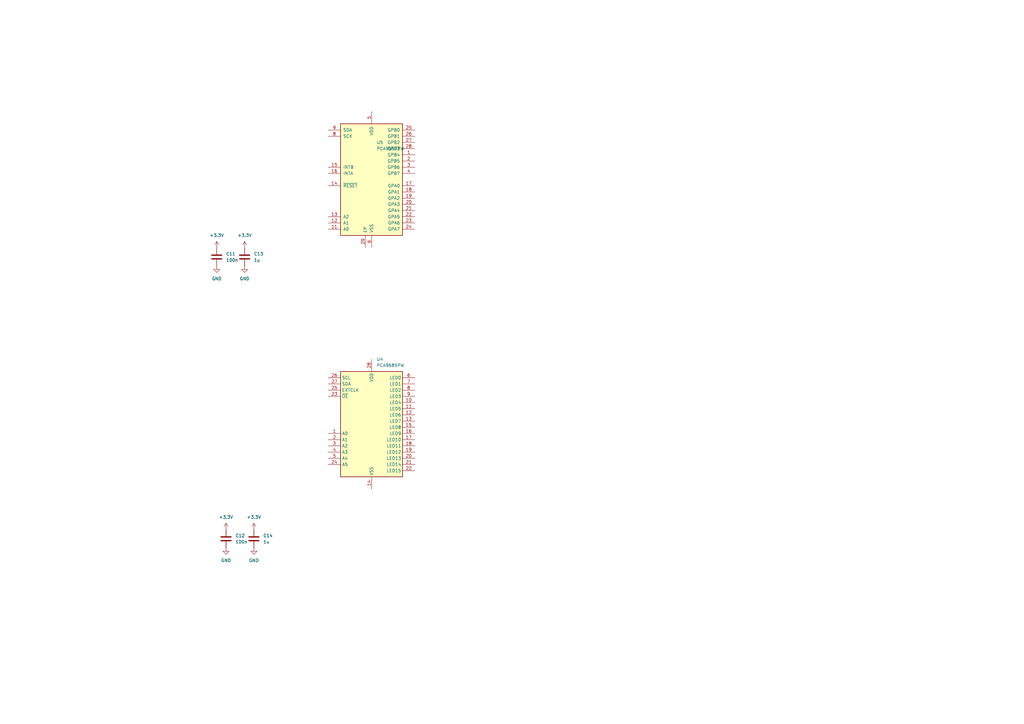
<source format=kicad_sch>
(kicad_sch (version 20211123) (generator eeschema)
  (paper "A3")
  (lib_symbols
    (symbol "Device:C" (pin_numbers hide) (pin_names (offset 0.254))
      (property "Reference" "C" (at 0.635 2.54 0))
      (property "Value" "C" (at 0.635 -2.54 0))
      (symbol "C_0_1"
        (polyline (pts (xy -2.032 -0.762) (xy 2.032 -0.762)) (stroke (width 0.508)))
        (polyline (pts (xy -2.032 0.762) (xy 2.032 0.762)) (stroke (width 0.508)))
      )
      (symbol "C_1_1"
        (pin passive line (at 0 3.81 270) (length 2.794) (name "~") (number "1"))
        (pin passive line (at 0 -3.81 90) (length 2.794) (name "~") (number "2"))
      )
    )
    (symbol "Driver_LED:PCA9685PW"
      (property "Reference" "U" (at -12.7 22.225 0))
      (property "Value" "PCA9685PW" (at 1.27 22.225 0))
      (symbol "PCA9685PW_0_1"
        (rectangle (start -12.7 20.32) (end 12.7 -22.86) (stroke (width 0.254)) (fill (type background)))
      )
      (symbol "PCA9685PW_1_1"
        (pin input line (at -17.78 -5.08 0) (length 5.08) (name "A0") (number "1"))
        (pin output line (at 17.78 7.62 180) (length 5.08) (name "LED4") (number "10"))
        (pin output line (at 17.78 5.08 180) (length 5.08) (name "LED5") (number "11"))
        (pin output line (at 17.78 2.54 180) (length 5.08) (name "LED6") (number "12"))
        (pin output line (at 17.78 0 180) (length 5.08) (name "LED7") (number "13"))
        (pin power_in line (at 0 -27.94 90) (length 5.08) (name "VSS") (number "14"))
        (pin output line (at 17.78 -2.54 180) (length 5.08) (name "LED8") (number "15"))
        (pin output line (at 17.78 -5.08 180) (length 5.08) (name "LED9") (number "16"))
        (pin output line (at 17.78 -7.62 180) (length 5.08) (name "LED10") (number "17"))
        (pin output line (at 17.78 -10.16 180) (length 5.08) (name "LED11") (number "18"))
        (pin output line (at 17.78 -12.7 180) (length 5.08) (name "LED12") (number "19"))
        (pin input line (at -17.78 -7.62 0) (length 5.08) (name "A1") (number "2"))
        (pin output line (at 17.78 -15.24 180) (length 5.08) (name "LED13") (number "20"))
        (pin output line (at 17.78 -17.78 180) (length 5.08) (name "LED14") (number "21"))
        (pin output line (at 17.78 -20.32 180) (length 5.08) (name "LED15") (number "22"))
        (pin input line (at -17.78 10.16 0) (length 5.08) (name "~{OE}") (number "23"))
        (pin input line (at -17.78 -17.78 0) (length 5.08) (name "A5") (number "24"))
        (pin input line (at -17.78 12.7 0) (length 5.08) (name "EXTCLK") (number "25"))
        (pin input line (at -17.78 17.78 0) (length 5.08) (name "SCL") (number "26"))
        (pin bidirectional line (at -17.78 15.24 0) (length 5.08) (name "SDA") (number "27"))
        (pin power_in line (at 0 25.4 270) (length 5.08) (name "VDD") (number "28"))
        (pin input line (at -17.78 -10.16 0) (length 5.08) (name "A2") (number "3"))
        (pin input line (at -17.78 -12.7 0) (length 5.08) (name "A3") (number "4"))
        (pin input line (at -17.78 -15.24 0) (length 5.08) (name "A4") (number "5"))
        (pin output line (at 17.78 17.78 180) (length 5.08) (name "LED0") (number "6"))
        (pin output line (at 17.78 15.24 180) (length 5.08) (name "LED1") (number "7"))
        (pin output line (at 17.78 12.7 180) (length 5.08) (name "LED2") (number "8"))
        (pin output line (at 17.78 10.16 180) (length 5.08) (name "LED3") (number "9"))
      )
    )
    (symbol "Interface_Expansion:MCP23017_ML" (pin_names (offset 1.016))
      (property "Reference" "U" (at -11.43 24.13 0))
      (property "Value" "MCP23017_ML" (at 0 0 0))
      (symbol "MCP23017_ML_0_1"
        (rectangle (start -12.7 22.86) (end 12.7 -22.86) (stroke (width 0.254)) (fill (type background)))
      )
      (symbol "MCP23017_ML_1_1"
        (pin bidirectional line (at 17.78 10.16 180) (length 5.08) (name "GPB4") (number "1"))
        (pin no_connect line (at -12.7 12.7 0) (length 5.08) hide (name "NC") (number "10"))
        (pin input line (at -17.78 -20.32 0) (length 5.08) (name "A0") (number "11"))
        (pin input line (at -17.78 -17.78 0) (length 5.08) (name "A1") (number "12"))
        (pin input line (at -17.78 -15.24 0) (length 5.08) (name "A2") (number "13"))
        (pin input line (at -17.78 -2.54 0) (length 5.08) (name "~{RESET}") (number "14"))
        (pin tri_state line (at -17.78 5.08 0) (length 5.08) (name "INTB") (number "15"))
        (pin tri_state line (at -17.78 2.54 0) (length 5.08) (name "INTA") (number "16"))
        (pin bidirectional line (at 17.78 -2.54 180) (length 5.08) (name "GPA0") (number "17"))
        (pin bidirectional line (at 17.78 -5.08 180) (length 5.08) (name "GPA1") (number "18"))
        (pin bidirectional line (at 17.78 -7.62 180) (length 5.08) (name "GPA2") (number "19"))
        (pin bidirectional line (at 17.78 7.62 180) (length 5.08) (name "GPB5") (number "2"))
        (pin bidirectional line (at 17.78 -10.16 180) (length 5.08) (name "GPA3") (number "20"))
        (pin bidirectional line (at 17.78 -12.7 180) (length 5.08) (name "GPA4") (number "21"))
        (pin bidirectional line (at 17.78 -15.24 180) (length 5.08) (name "GPA5") (number "22"))
        (pin bidirectional line (at 17.78 -17.78 180) (length 5.08) (name "GPA6") (number "23"))
        (pin bidirectional line (at 17.78 -20.32 180) (length 5.08) (name "GPA7") (number "24"))
        (pin bidirectional line (at 17.78 20.32 180) (length 5.08) (name "GPB0") (number "25"))
        (pin bidirectional line (at 17.78 17.78 180) (length 5.08) (name "GPB1") (number "26"))
        (pin bidirectional line (at 17.78 15.24 180) (length 5.08) (name "GPB2") (number "27"))
        (pin bidirectional line (at 17.78 12.7 180) (length 5.08) (name "GPB3") (number "28"))
        (pin passive line (at -2.54 -27.94 90) (length 5.08) (name "EP") (number "29"))
        (pin bidirectional line (at 17.78 5.08 180) (length 5.08) (name "GPB6") (number "3"))
        (pin bidirectional line (at 17.78 2.54 180) (length 5.08) (name "GPB7") (number "4"))
        (pin power_in line (at 0 27.94 270) (length 5.08) (name "VDD") (number "5"))
        (pin power_in line (at 0 -27.94 90) (length 5.08) (name "VSS") (number "6"))
        (pin no_connect line (at -12.7 15.24 0) (length 5.08) hide (name "NC") (number "7"))
        (pin input line (at -17.78 17.78 0) (length 5.08) (name "SCK") (number "8"))
        (pin bidirectional line (at -17.78 20.32 0) (length 5.08) (name "SDA") (number "9"))
      )
    )
    (symbol "power:+3.3V" (power) (pin_names (offset 0))
      (property "Value" "+3.3V" (at 0 3.556 0))
      (symbol "+3.3V_0_1"
        (polyline (pts (xy -0.762 1.27) (xy 0 2.54)))
        (polyline (pts (xy 0 0) (xy 0 2.54)))
        (polyline (pts (xy 0 2.54) (xy 0.762 1.27)))
      )
      (symbol "+3.3V_1_1"
        (pin power_in line (at 0 0 90) (length 0) hide (name "+3.3V") (number "1"))
      )
    )
    (symbol "power:GND" (power) (pin_names (offset 0))
      (property "Value" "GND" (at 0 -3.81 0))
      (symbol "GND_0_1"
        (polyline (pts (xy 0 0) (xy 0 -1.27) (xy 1.27 -1.27) (xy 0 -2.54) (xy -1.27 -1.27) (xy 0 -1.27)))
      )
      (symbol "GND_1_1"
        (pin power_in line (at 0 0 270) (length 0) hide (name "GND") (number "1"))
      )
    )
  )
  (symbol (lib_id "power:GND") (at 88.9 109.22 0) (unit 1)
    (property "Reference" "#PWR02" (effects hide))
    (property "Value" "GND" (at 88.9 114.3 0))
  )
  (symbol (lib_id "Device:C") (at 104.14 220.98 0) (unit 1)
    (property "Reference" "C14" (at 107.95 219.7099 0) (effects (justify left)))
    (property "Value" "1u" (at 107.95 222.2499 0) (effects (justify left)))
    (property "Footprint" "Capacitor_SMD:C_0603_1608Metric" (effects hide))
  )
  (symbol (lib_id "power:+3.3V") (at 92.71 217.17 0) (unit 1)
    (property "Reference" "#PWR03" (effects hide))
    (property "Value" "+3.3V" (at 92.71 212.09 0))
  )
  (symbol (lib_id "power:GND") (at 92.71 224.79 0) (unit 1)
    (property "Reference" "#PWR04" (effects hide))
    (property "Value" "GND" (at 92.71 229.87 0))
  )
  (symbol (lib_id "power:GND") (at 104.14 224.79 0) (unit 1)
    (property "Reference" "#PWR08" (effects hide))
    (property "Value" "GND" (at 104.14 229.87 0))
  )
  (symbol (lib_id "power:+3.3V") (at 104.14 217.17 0) (unit 1)
    (property "Reference" "#PWR07" (effects hide))
    (property "Value" "+3.3V" (at 104.14 212.09 0))
  )
  (symbol (lib_id "Interface_Expansion:MCP23017_ML") (at 152.4 73.66 0) (unit 1)
    (property "Reference" "U5" (at 154.4194 58.42 0) (effects (justify left)))
    (property "Value" "PCA9557PW" (at 154.4194 60.96 0) (effects (justify left)))
    (property "Footprint" "Package_DFN_QFN:QFN-28-1EP_6x6mm_P0.65mm_EP4.25x4.25mm" (effects hide))
    (property "Datasheet" "http://ww1.microchip.com/downloads/en/DeviceDoc/20001952C.pdf" (effects hide))
  )
  (symbol (lib_id "power:+3.3V") (at 88.9 101.6 0) (unit 1)
    (property "Reference" "#PWR01" (effects hide))
    (property "Value" "+3.3V" (at 88.9 96.52 0))
  )
  (symbol (lib_id "Device:C") (at 100.33 105.41 0) (unit 1)
    (property "Reference" "C13" (at 104.14 104.1399 0) (effects (justify left)))
    (property "Value" "1u" (at 104.14 106.6799 0) (effects (justify left)))
    (property "Footprint" "Capacitor_SMD:C_0603_1608Metric" (effects hide))
  )
  (symbol (lib_id "Driver_LED:PCA9685PW") (at 152.4 172.72 0) (unit 1)
    (property "Reference" "U4" (at 154.4194 147.32 0) (effects (justify left)))
    (property "Value" "PCA9685PW" (at 154.4194 149.86 0) (effects (justify left)))
    (property "Footprint" "Package_SO:TSSOP-28_4.4x9.7mm_P0.65mm" (effects hide))
    (property "Datasheet" "http://www.nxp.com/documents/data_sheet/PCA9685.pdf" (effects hide))
  )
  (symbol (lib_id "power:GND") (at 100.33 109.22 0) (unit 1)
    (property "Reference" "#PWR06" (effects hide))
    (property "Value" "GND" (at 100.33 114.3 0))
  )
  (symbol (lib_id "Device:C") (at 88.9 105.41 0) (unit 1)
    (property "Reference" "C11" (at 92.71 104.1399 0) (effects (justify left)))
    (property "Value" "100n" (at 92.71 106.6799 0) (effects (justify left)))
    (property "Footprint" "Capacitor_SMD:C_0603_1608Metric" (effects hide))
  )
  (symbol (lib_id "power:+3.3V") (at 100.33 101.6 0) (unit 1)
    (property "Reference" "#PWR05" (effects hide))
    (property "Value" "+3.3V" (at 100.33 96.52 0))
  )
  (symbol (lib_id "Device:C") (at 92.71 220.98 0) (unit 1)
    (property "Reference" "C12" (at 96.52 219.7099 0) (effects (justify left)))
    (property "Value" "100n" (at 96.52 222.2499 0) (effects (justify left)))
    (property "Footprint" "Capacitor_SMD:C_0603_1608Metric" (effects hide))
  )
)
</source>
